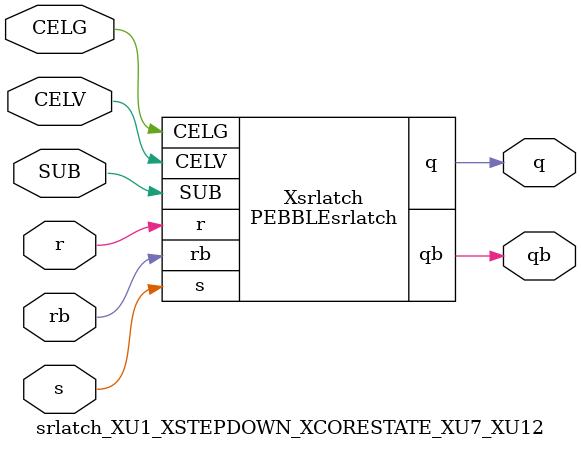
<source format=v>



module PEBBLEsrlatch ( q, qb, CELG, CELV, SUB, r, rb, s );

  input CELV;
  input s;
  output q;
  input rb;
  input r;
  input SUB;
  input CELG;
  output qb;
endmodule

//Celera Confidential Do Not Copy srlatch_XU1_XSTEPDOWN_XCORESTATE_XU7_XU12
//Celera Confidential Symbol Generator
//SR Latch
module srlatch_XU1_XSTEPDOWN_XCORESTATE_XU7_XU12 (CELV,CELG,s,r,rb,q,qb,SUB);
input CELV;
input CELG;
input s;
input r;
input rb;
input SUB;
output q;
output qb;

//Celera Confidential Do Not Copy srlatch
PEBBLEsrlatch Xsrlatch(
.CELV (CELV),
.r (r),
.s (s),
.q (q),
.qb (qb),
.rb (rb),
.SUB (SUB),
.CELG (CELG)
);
//,diesize,PEBBLEsrlatch

//Celera Confidential Do Not Copy Module End
//Celera Schematic Generator
endmodule

</source>
